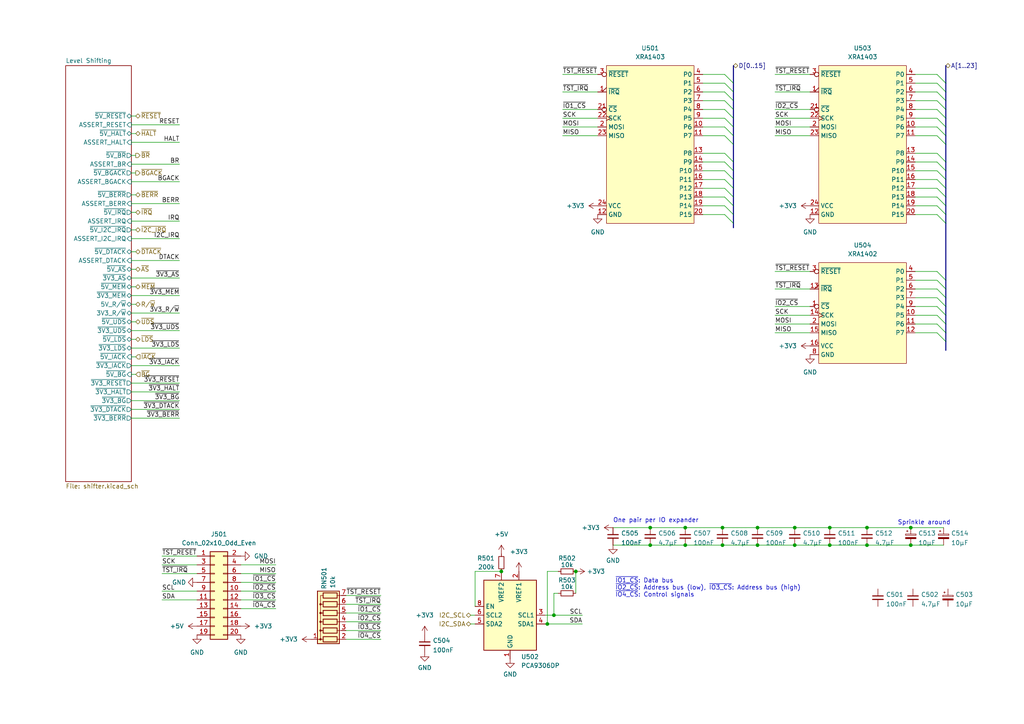
<source format=kicad_sch>
(kicad_sch (version 20211123) (generator eeschema)
  (paper "A4")
  (lib_symbols
    (symbol "68komputer-common:XRA1402"
      (property "Reference" "U" (at 0 3.81 0))
      (property "Value" "XRA1402" (at 0 1.27 0))
      (symbol "XRA1402_0_1"
        (rectangle (start -12.7 0) (end 12.7 -29.21) (fill (type background)))
      )
      (symbol "XRA1402_1_1"
        (pin input inverted (at -15.24 -12.7 0) (length 2.54) (name "~{CS}") (number "1"))
        (pin bidirectional line (at 15.24 -15.24 180) (length 2.54) (name "P5") (number "10"))
        (pin bidirectional line (at 15.24 -17.78 180) (length 2.54) (name "P6") (number "11"))
        (pin bidirectional line (at 15.24 -20.32 180) (length 2.54) (name "P7") (number "12"))
        (pin output output_low (at -15.24 -7.62 0) (length 2.54) (name "~{IRQ}") (number "13"))
        (pin input clock (at -15.24 -15.24 0) (length 2.54) (name "SCK") (number "14"))
        (pin output line (at -15.24 -20.32 0) (length 2.54) (name "MISO") (number "15"))
        (pin power_in line (at -15.24 -24.13 0) (length 2.54) (name "VCC") (number "16"))
        (pin input line (at -15.24 -17.78 0) (length 2.54) (name "MOSI") (number "2"))
        (pin input inverted (at -15.24 -2.54 0) (length 2.54) (name "~{RESET}") (number "3"))
        (pin bidirectional line (at 15.24 -2.54 180) (length 2.54) (name "P0") (number "4"))
        (pin bidirectional line (at 15.24 -5.08 180) (length 2.54) (name "P1") (number "5"))
        (pin bidirectional line (at 15.24 -7.62 180) (length 2.54) (name "P2") (number "6"))
        (pin bidirectional line (at 15.24 -10.16 180) (length 2.54) (name "P3") (number "7"))
        (pin power_in line (at -15.24 -26.67 0) (length 2.54) (name "GND") (number "8"))
        (pin bidirectional line (at 15.24 -12.7 180) (length 2.54) (name "P4") (number "9"))
      )
    )
    (symbol "68komputer-common:XRA1403"
      (property "Reference" "U" (at 0 3.81 0))
      (property "Value" "XRA1403" (at 0 1.27 0))
      (symbol "XRA1403_0_1"
        (rectangle (start -12.7 0) (end 12.7 -45.72) (fill (type background)))
      )
      (symbol "XRA1403_1_1"
        (pin output output_low (at -15.24 -7.62 0) (length 2.54) (name "~{IRQ}") (number "1"))
        (pin bidirectional line (at 15.24 -17.78 180) (length 2.54) (name "P6") (number "10"))
        (pin bidirectional line (at 15.24 -20.32 180) (length 2.54) (name "P7") (number "11"))
        (pin power_in line (at -15.24 -43.18 0) (length 2.54) (name "GND") (number "12"))
        (pin bidirectional line (at 15.24 -25.4 180) (length 2.54) (name "P8") (number "13"))
        (pin bidirectional line (at 15.24 -27.94 180) (length 2.54) (name "P9") (number "14"))
        (pin bidirectional line (at 15.24 -30.48 180) (length 2.54) (name "P10") (number "15"))
        (pin bidirectional line (at 15.24 -33.02 180) (length 2.54) (name "P11") (number "16"))
        (pin bidirectional line (at 15.24 -35.56 180) (length 2.54) (name "P12") (number "17"))
        (pin bidirectional line (at 15.24 -38.1 180) (length 2.54) (name "P13") (number "18"))
        (pin bidirectional line (at 15.24 -40.64 180) (length 2.54) (name "P14") (number "19"))
        (pin input line (at -15.24 -17.78 0) (length 2.54) (name "MOSI") (number "2"))
        (pin bidirectional line (at 15.24 -43.18 180) (length 2.54) (name "P15") (number "20"))
        (pin input inverted (at -15.24 -12.7 0) (length 2.54) (name "~{CS}") (number "21"))
        (pin input clock (at -15.24 -15.24 0) (length 2.54) (name "SCK") (number "22"))
        (pin output line (at -15.24 -20.32 0) (length 2.54) (name "MISO") (number "23"))
        (pin power_in line (at -15.24 -40.64 0) (length 2.54) (name "VCC") (number "24"))
        (pin input inverted (at -15.24 -2.54 0) (length 2.54) (name "~{RESET}") (number "3"))
        (pin bidirectional line (at 15.24 -2.54 180) (length 2.54) (name "P0") (number "4"))
        (pin bidirectional line (at 15.24 -5.08 180) (length 2.54) (name "P1") (number "5"))
        (pin bidirectional line (at 15.24 -7.62 180) (length 2.54) (name "P2") (number "6"))
        (pin bidirectional line (at 15.24 -10.16 180) (length 2.54) (name "P3") (number "7"))
        (pin bidirectional line (at 15.24 -12.7 180) (length 2.54) (name "P4") (number "8"))
        (pin bidirectional line (at 15.24 -15.24 180) (length 2.54) (name "P5") (number "9"))
      )
    )
    (symbol "Connector_Generic:Conn_02x10_Odd_Even" (pin_names (offset 1.016) hide)
      (property "Reference" "J" (at 1.27 12.7 0))
      (property "Value" "Conn_02x10_Odd_Even" (at 1.27 -15.24 0))
      (symbol "Conn_02x10_Odd_Even_1_1"
        (rectangle (start -1.27 -12.573) (end 0 -12.827) (stroke (width 0.1524)))
        (rectangle (start -1.27 -10.033) (end 0 -10.287) (stroke (width 0.1524)))
        (rectangle (start -1.27 -7.493) (end 0 -7.747) (stroke (width 0.1524)))
        (rectangle (start -1.27 -4.953) (end 0 -5.207) (stroke (width 0.1524)))
        (rectangle (start -1.27 -2.413) (end 0 -2.667) (stroke (width 0.1524)))
        (rectangle (start -1.27 0.127) (end 0 -0.127) (stroke (width 0.1524)))
        (rectangle (start -1.27 2.667) (end 0 2.413) (stroke (width 0.1524)))
        (rectangle (start -1.27 5.207) (end 0 4.953) (stroke (width 0.1524)))
        (rectangle (start -1.27 7.747) (end 0 7.493) (stroke (width 0.1524)))
        (rectangle (start -1.27 10.287) (end 0 10.033) (stroke (width 0.1524)))
        (rectangle (start -1.27 11.43) (end 3.81 -13.97) (stroke (width 0.254)) (fill (type background)))
        (rectangle (start 3.81 -12.573) (end 2.54 -12.827) (stroke (width 0.1524)))
        (rectangle (start 3.81 -10.033) (end 2.54 -10.287) (stroke (width 0.1524)))
        (rectangle (start 3.81 -7.493) (end 2.54 -7.747) (stroke (width 0.1524)))
        (rectangle (start 3.81 -4.953) (end 2.54 -5.207) (stroke (width 0.1524)))
        (rectangle (start 3.81 -2.413) (end 2.54 -2.667) (stroke (width 0.1524)))
        (rectangle (start 3.81 0.127) (end 2.54 -0.127) (stroke (width 0.1524)))
        (rectangle (start 3.81 2.667) (end 2.54 2.413) (stroke (width 0.1524)))
        (rectangle (start 3.81 5.207) (end 2.54 4.953) (stroke (width 0.1524)))
        (rectangle (start 3.81 7.747) (end 2.54 7.493) (stroke (width 0.1524)))
        (rectangle (start 3.81 10.287) (end 2.54 10.033) (stroke (width 0.1524)))
        (pin passive line (at -5.08 10.16 0) (length 3.81) (name "Pin_1") (number "1"))
        (pin passive line (at 7.62 0 180) (length 3.81) (name "Pin_10") (number "10"))
        (pin passive line (at -5.08 -2.54 0) (length 3.81) (name "Pin_11") (number "11"))
        (pin passive line (at 7.62 -2.54 180) (length 3.81) (name "Pin_12") (number "12"))
        (pin passive line (at -5.08 -5.08 0) (length 3.81) (name "Pin_13") (number "13"))
        (pin passive line (at 7.62 -5.08 180) (length 3.81) (name "Pin_14") (number "14"))
        (pin passive line (at -5.08 -7.62 0) (length 3.81) (name "Pin_15") (number "15"))
        (pin passive line (at 7.62 -7.62 180) (length 3.81) (name "Pin_16") (number "16"))
        (pin passive line (at -5.08 -10.16 0) (length 3.81) (name "Pin_17") (number "17"))
        (pin passive line (at 7.62 -10.16 180) (length 3.81) (name "Pin_18") (number "18"))
        (pin passive line (at -5.08 -12.7 0) (length 3.81) (name "Pin_19") (number "19"))
        (pin passive line (at 7.62 10.16 180) (length 3.81) (name "Pin_2") (number "2"))
        (pin passive line (at 7.62 -12.7 180) (length 3.81) (name "Pin_20") (number "20"))
        (pin passive line (at -5.08 7.62 0) (length 3.81) (name "Pin_3") (number "3"))
        (pin passive line (at 7.62 7.62 180) (length 3.81) (name "Pin_4") (number "4"))
        (pin passive line (at -5.08 5.08 0) (length 3.81) (name "Pin_5") (number "5"))
        (pin passive line (at 7.62 5.08 180) (length 3.81) (name "Pin_6") (number "6"))
        (pin passive line (at -5.08 2.54 0) (length 3.81) (name "Pin_7") (number "7"))
        (pin passive line (at 7.62 2.54 180) (length 3.81) (name "Pin_8") (number "8"))
        (pin passive line (at -5.08 0 0) (length 3.81) (name "Pin_9") (number "9"))
      )
    )
    (symbol "Device:C_Polarized_Small" (pin_numbers hide) (pin_names (offset 0.254) hide)
      (property "Reference" "C" (at 0.254 1.778 0))
      (property "Value" "C_Polarized_Small" (at 0.254 -2.032 0))
      (symbol "C_Polarized_Small_0_1"
        (rectangle (start -1.524 -0.3048) (end 1.524 -0.6858) (fill (type outline)))
        (rectangle (start -1.524 0.6858) (end 1.524 0.3048))
        (polyline (pts (xy -1.27 1.524) (xy -0.762 1.524)))
        (polyline (pts (xy -1.016 1.27) (xy -1.016 1.778)))
      )
      (symbol "C_Polarized_Small_1_1"
        (pin passive line (at 0 2.54 270) (length 1.8542) (name "~") (number "1"))
        (pin passive line (at 0 -2.54 90) (length 1.8542) (name "~") (number "2"))
      )
    )
    (symbol "Device:C_Small" (pin_numbers hide) (pin_names (offset 0.254) hide)
      (property "Reference" "C" (at 0.254 1.778 0))
      (property "Value" "C_Small" (at 0.254 -2.032 0))
      (symbol "C_Small_0_1"
        (polyline (pts (xy -1.524 -0.508) (xy 1.524 -0.508)) (stroke (width 0.3302)))
        (polyline (pts (xy -1.524 0.508) (xy 1.524 0.508)) (stroke (width 0.3048)))
      )
      (symbol "C_Small_1_1"
        (pin passive line (at 0 2.54 270) (length 2.032) (name "~") (number "1"))
        (pin passive line (at 0 -2.54 90) (length 2.032) (name "~") (number "2"))
      )
    )
    (symbol "Device:R_Network06" (pin_names (offset 0) hide)
      (property "Reference" "RN" (at -10.16 0 90))
      (property "Value" "R_Network06" (at 7.62 0 90))
      (symbol "R_Network06_0_1"
        (rectangle (start -8.89 -3.175) (end 6.35 3.175) (stroke (width 0.254)) (fill (type background)))
        (rectangle (start -8.382 1.524) (end -6.858 -2.54) (stroke (width 0.254)))
        (circle (center -7.62 2.286) (radius 0.254) (fill (type outline)))
        (rectangle (start -5.842 1.524) (end -4.318 -2.54) (stroke (width 0.254)))
        (circle (center -5.08 2.286) (radius 0.254) (fill (type outline)))
        (rectangle (start -3.302 1.524) (end -1.778 -2.54) (stroke (width 0.254)))
        (circle (center -2.54 2.286) (radius 0.254) (fill (type outline)))
        (rectangle (start -0.762 1.524) (end 0.762 -2.54) (stroke (width 0.254)))
        (polyline (pts (xy -7.62 -2.54) (xy -7.62 -3.81)))
        (polyline (pts (xy -5.08 -2.54) (xy -5.08 -3.81)))
        (polyline (pts (xy -2.54 -2.54) (xy -2.54 -3.81)))
        (polyline (pts (xy 0 -2.54) (xy 0 -3.81)))
        (polyline (pts (xy 2.54 -2.54) (xy 2.54 -3.81)))
        (polyline (pts (xy 5.08 -2.54) (xy 5.08 -3.81)))
        (polyline (pts (xy -7.62 1.524) (xy -7.62 2.286) (xy -5.08 2.286) (xy -5.08 1.524)))
        (polyline (pts (xy -5.08 1.524) (xy -5.08 2.286) (xy -2.54 2.286) (xy -2.54 1.524)))
        (polyline (pts (xy -2.54 1.524) (xy -2.54 2.286) (xy 0 2.286) (xy 0 1.524)))
        (polyline (pts (xy 0 1.524) (xy 0 2.286) (xy 2.54 2.286) (xy 2.54 1.524)))
        (polyline (pts (xy 2.54 1.524) (xy 2.54 2.286) (xy 5.08 2.286) (xy 5.08 1.524)))
        (circle (center 0 2.286) (radius 0.254) (fill (type outline)))
        (rectangle (start 1.778 1.524) (end 3.302 -2.54) (stroke (width 0.254)))
        (circle (center 2.54 2.286) (radius 0.254) (fill (type outline)))
        (rectangle (start 4.318 1.524) (end 5.842 -2.54) (stroke (width 0.254)))
      )
      (symbol "R_Network06_1_1"
        (pin passive line (at -7.62 5.08 270) (length 2.54) (name "common") (number "1"))
        (pin passive line (at -7.62 -5.08 90) (length 1.27) (name "R1") (number "2"))
        (pin passive line (at -5.08 -5.08 90) (length 1.27) (name "R2") (number "3"))
        (pin passive line (at -2.54 -5.08 90) (length 1.27) (name "R3") (number "4"))
        (pin passive line (at 0 -5.08 90) (length 1.27) (name "R4") (number "5"))
        (pin passive line (at 2.54 -5.08 90) (length 1.27) (name "R5") (number "6"))
        (pin passive line (at 5.08 -5.08 90) (length 1.27) (name "R6") (number "7"))
      )
    )
    (symbol "Device:R_Small" (pin_numbers hide) (pin_names (offset 0.254) hide)
      (property "Reference" "R" (at 0.762 0.508 0))
      (property "Value" "R_Small" (at 0.762 -1.016 0))
      (symbol "R_Small_0_1"
        (rectangle (start -0.762 1.778) (end 0.762 -1.778) (stroke (width 0.2032)))
      )
      (symbol "R_Small_1_1"
        (pin passive line (at 0 2.54 270) (length 0.762) (name "~") (number "1"))
        (pin passive line (at 0 -2.54 90) (length 0.762) (name "~") (number "2"))
      )
    )
    (symbol "Interface:PCA9306DP"
      (property "Reference" "U" (at -7.62 11.43 0))
      (property "Value" "PCA9306DP" (at 3.81 11.43 0))
      (symbol "PCA9306DP_0_1"
        (rectangle (start -7.62 10.16) (end 7.62 -10.16) (stroke (width 0.254)) (fill (type background)))
      )
      (symbol "PCA9306DP_1_1"
        (pin power_in line (at 0 -12.7 90) (length 2.54) (name "GND") (number "1"))
        (pin power_in line (at -2.54 12.7 270) (length 2.54) (name "VREF1") (number "2"))
        (pin bidirectional line (at -10.16 0 0) (length 2.54) (name "SCL1") (number "3"))
        (pin bidirectional line (at -10.16 -2.54 0) (length 2.54) (name "SDA1") (number "4"))
        (pin bidirectional line (at 10.16 -2.54 180) (length 2.54) (name "SDA2") (number "5"))
        (pin bidirectional line (at 10.16 0 180) (length 2.54) (name "SCL2") (number "6"))
        (pin power_in line (at 2.54 12.7 270) (length 2.54) (name "VREF2") (number "7"))
        (pin input line (at 10.16 2.54 180) (length 2.54) (name "EN") (number "8"))
      )
    )
    (symbol "power:+3V3" (power) (pin_names (offset 0))
      (property "Value" "+3V3" (at 0 3.556 0))
      (symbol "+3V3_0_1"
        (polyline (pts (xy -0.762 1.27) (xy 0 2.54)))
        (polyline (pts (xy 0 0) (xy 0 2.54)))
        (polyline (pts (xy 0 2.54) (xy 0.762 1.27)))
      )
      (symbol "+3V3_1_1"
        (pin power_in line (at 0 0 90) (length 0) hide (name "+3V3") (number "1"))
      )
    )
    (symbol "power:+5V" (power) (pin_names (offset 0))
      (property "Value" "+5V" (at 0 3.556 0))
      (symbol "+5V_0_1"
        (polyline (pts (xy -0.762 1.27) (xy 0 2.54)))
        (polyline (pts (xy 0 0) (xy 0 2.54)))
        (polyline (pts (xy 0 2.54) (xy 0.762 1.27)))
      )
      (symbol "+5V_1_1"
        (pin power_in line (at 0 0 90) (length 0) hide (name "+5V") (number "1"))
      )
    )
    (symbol "power:GND" (power) (pin_names (offset 0))
      (property "Value" "GND" (at 0 -3.81 0))
      (symbol "GND_0_1"
        (polyline (pts (xy 0 0) (xy 0 -1.27) (xy 1.27 -1.27) (xy 0 -2.54) (xy -1.27 -1.27) (xy 0 -1.27)))
      )
      (symbol "GND_1_1"
        (pin power_in line (at 0 0 270) (length 0) hide (name "GND") (number "1"))
      )
    )
  )
  (junction (at 209.55 158.115))
  (junction (at 251.46 158.115))
  (junction (at 188.595 153.035))
  (junction (at 219.71 158.115))
  (junction (at 158.75 180.975))
  (junction (at 198.755 158.115))
  (junction (at 188.595 158.115))
  (junction (at 198.755 153.035))
  (junction (at 145.415 165.735))
  (junction (at 160.655 178.435))
  (junction (at 219.71 153.035))
  (junction (at 230.505 158.115))
  (junction (at 264.16 153.035))
  (junction (at 230.505 153.035))
  (junction (at 264.16 158.115))
  (junction (at 209.55 153.035))
  (junction (at 240.665 158.115))
  (junction (at 251.46 153.035))
  (junction (at 240.665 153.035))
  (junction (at 167.005 165.735))
  (bus_entry (at 212.725 34.29) (size -2.54 -2.54))
  (bus_entry (at 212.725 36.83) (size -2.54 -2.54))
  (bus_entry (at 274.32 91.44) (size -2.54 -2.54))
  (bus_entry (at 274.32 39.37) (size -2.54 -2.54))
  (bus_entry (at 212.725 59.69) (size -2.54 -2.54))
  (bus_entry (at 212.725 46.99) (size -2.54 -2.54))
  (bus_entry (at 212.725 39.37) (size -2.54 -2.54))
  (bus_entry (at 274.32 52.07) (size -2.54 -2.54))
  (bus_entry (at 212.725 64.77) (size -2.54 -2.54))
  (bus_entry (at 274.32 64.77) (size -2.54 -2.54))
  (bus_entry (at 274.32 46.99) (size -2.54 -2.54))
  (bus_entry (at 212.725 31.75) (size -2.54 -2.54))
  (bus_entry (at 274.32 31.75) (size -2.54 -2.54))
  (bus_entry (at 274.32 26.67) (size -2.54 -2.54))
  (bus_entry (at 274.32 83.82) (size -2.54 -2.54))
  (bus_entry (at 274.32 86.36) (size -2.54 -2.54))
  (bus_entry (at 274.32 49.53) (size -2.54 -2.54))
  (bus_entry (at 274.32 57.15) (size -2.54 -2.54))
  (bus_entry (at 274.32 62.23) (size -2.54 -2.54))
  (bus_entry (at 274.32 24.13) (size -2.54 -2.54))
  (bus_entry (at 212.725 57.15) (size -2.54 -2.54))
  (bus_entry (at 212.725 54.61) (size -2.54 -2.54))
  (bus_entry (at 274.32 81.28) (size -2.54 -2.54))
  (bus_entry (at 274.32 29.21) (size -2.54 -2.54))
  (bus_entry (at 274.32 34.29) (size -2.54 -2.54))
  (bus_entry (at 274.32 41.91) (size -2.54 -2.54))
  (bus_entry (at 212.725 26.67) (size -2.54 -2.54))
  (bus_entry (at 274.32 88.9) (size -2.54 -2.54))
  (bus_entry (at 212.725 29.21) (size -2.54 -2.54))
  (bus_entry (at 274.32 36.83) (size -2.54 -2.54))
  (bus_entry (at 212.725 52.07) (size -2.54 -2.54))
  (bus_entry (at 212.725 62.23) (size -2.54 -2.54))
  (bus_entry (at 212.725 41.91) (size -2.54 -2.54))
  (bus_entry (at 274.32 96.52) (size -2.54 -2.54))
  (bus_entry (at 274.32 99.06) (size -2.54 -2.54))
  (bus_entry (at 274.32 54.61) (size -2.54 -2.54))
  (bus_entry (at 212.725 24.13) (size -2.54 -2.54))
  (bus_entry (at 274.32 59.69) (size -2.54 -2.54))
  (bus_entry (at 212.725 49.53) (size -2.54 -2.54))
  (bus_entry (at 274.32 93.98) (size -2.54 -2.54))
  (wire (pts (xy 38.1 118.745) (xy 52.07 118.745)))
  (wire (pts (xy 188.595 158.115) (xy 198.755 158.115)))
  (wire (pts (xy 210.185 52.07) (xy 203.835 52.07)))
  (wire (pts (xy 38.1 52.705) (xy 52.07 52.705)))
  (wire (pts (xy 271.78 31.75) (xy 265.43 31.75)))
  (wire (pts (xy 188.595 153.035) (xy 198.755 153.035)))
  (wire (pts (xy 224.79 36.83) (xy 234.95 36.83)))
  (wire (pts (xy 271.78 54.61) (xy 265.43 54.61)))
  (wire (pts (xy 271.78 26.67) (xy 265.43 26.67)))
  (bus (pts (xy 274.32 24.13) (xy 274.32 26.67)))
  (bus (pts (xy 212.725 62.23) (xy 212.725 64.77)))
  (wire (pts (xy 210.185 24.13) (xy 203.835 24.13)))
  (bus (pts (xy 274.32 39.37) (xy 274.32 41.91)))
  (bus (pts (xy 274.32 93.98) (xy 274.32 96.52)))
  (wire (pts (xy 271.78 96.52) (xy 265.43 96.52)))
  (wire (pts (xy 177.8 158.115) (xy 188.595 158.115)))
  (wire (pts (xy 271.78 81.28) (xy 265.43 81.28)))
  (wire (pts (xy 110.49 172.72) (xy 100.33 172.72)))
  (bus (pts (xy 212.725 24.13) (xy 212.725 26.67)))
  (wire (pts (xy 210.185 49.53) (xy 203.835 49.53)))
  (wire (pts (xy 271.78 46.99) (xy 265.43 46.99)))
  (wire (pts (xy 271.78 52.07) (xy 265.43 52.07)))
  (bus (pts (xy 274.32 86.36) (xy 274.32 88.9)))
  (bus (pts (xy 274.32 41.91) (xy 274.32 46.99)))
  (wire (pts (xy 110.49 177.8) (xy 100.33 177.8)))
  (wire (pts (xy 271.78 83.82) (xy 265.43 83.82)))
  (wire (pts (xy 38.1 95.885) (xy 52.07 95.885)))
  (wire (pts (xy 38.1 108.585) (xy 39.37 108.585)))
  (bus (pts (xy 212.725 46.99) (xy 212.725 49.53)))
  (wire (pts (xy 224.79 91.44) (xy 234.95 91.44)))
  (wire (pts (xy 38.1 33.655) (xy 39.37 33.655)))
  (wire (pts (xy 38.1 38.735) (xy 39.37 38.735)))
  (bus (pts (xy 274.32 46.99) (xy 274.32 49.53)))
  (wire (pts (xy 38.1 116.205) (xy 52.07 116.205)))
  (wire (pts (xy 160.655 172.085) (xy 160.655 178.435)))
  (wire (pts (xy 38.1 66.675) (xy 39.37 66.675)))
  (bus (pts (xy 212.725 59.69) (xy 212.725 62.23)))
  (wire (pts (xy 224.79 93.98) (xy 234.95 93.98)))
  (bus (pts (xy 212.725 49.53) (xy 212.725 52.07)))
  (wire (pts (xy 38.1 113.665) (xy 52.07 113.665)))
  (wire (pts (xy 80.01 168.91) (xy 69.85 168.91)))
  (wire (pts (xy 38.1 75.565) (xy 52.07 75.565)))
  (wire (pts (xy 38.1 111.125) (xy 52.07 111.125)))
  (wire (pts (xy 160.655 178.435) (xy 168.91 178.435)))
  (bus (pts (xy 274.32 57.15) (xy 274.32 59.69)))
  (wire (pts (xy 271.78 78.74) (xy 265.43 78.74)))
  (wire (pts (xy 38.1 47.625) (xy 52.07 47.625)))
  (wire (pts (xy 210.185 44.45) (xy 203.835 44.45)))
  (wire (pts (xy 177.8 153.035) (xy 188.595 153.035)))
  (wire (pts (xy 224.79 78.74) (xy 234.95 78.74)))
  (wire (pts (xy 80.01 163.83) (xy 69.85 163.83)))
  (wire (pts (xy 46.99 166.37) (xy 57.15 166.37)))
  (wire (pts (xy 38.1 106.045) (xy 52.07 106.045)))
  (wire (pts (xy 137.795 175.895) (xy 137.795 165.735)))
  (wire (pts (xy 80.01 171.45) (xy 69.85 171.45)))
  (wire (pts (xy 271.78 44.45) (xy 265.43 44.45)))
  (wire (pts (xy 264.16 153.035) (xy 273.685 153.035)))
  (wire (pts (xy 38.1 80.645) (xy 52.07 80.645)))
  (bus (pts (xy 212.725 19.05) (xy 212.725 24.13)))
  (bus (pts (xy 274.32 88.9) (xy 274.32 91.44)))
  (bus (pts (xy 274.32 49.53) (xy 274.32 52.07)))
  (wire (pts (xy 80.01 173.99) (xy 69.85 173.99)))
  (wire (pts (xy 167.005 165.735) (xy 167.005 172.085)))
  (bus (pts (xy 212.725 26.67) (xy 212.725 29.21)))
  (wire (pts (xy 136.525 178.435) (xy 137.795 178.435)))
  (wire (pts (xy 271.78 59.69) (xy 265.43 59.69)))
  (wire (pts (xy 210.185 46.99) (xy 203.835 46.99)))
  (wire (pts (xy 251.46 153.035) (xy 264.16 153.035)))
  (wire (pts (xy 209.55 153.035) (xy 219.71 153.035)))
  (bus (pts (xy 274.32 59.69) (xy 274.32 62.23)))
  (wire (pts (xy 158.75 180.975) (xy 168.91 180.975)))
  (wire (pts (xy 80.01 176.53) (xy 69.85 176.53)))
  (wire (pts (xy 210.185 59.69) (xy 203.835 59.69)))
  (bus (pts (xy 274.32 29.21) (xy 274.32 31.75)))
  (bus (pts (xy 274.32 83.82) (xy 274.32 86.36)))
  (wire (pts (xy 38.1 73.025) (xy 39.37 73.025)))
  (wire (pts (xy 46.99 163.83) (xy 57.15 163.83)))
  (wire (pts (xy 271.78 36.83) (xy 265.43 36.83)))
  (wire (pts (xy 38.1 45.085) (xy 39.37 45.085)))
  (bus (pts (xy 212.725 41.91) (xy 212.725 46.99)))
  (wire (pts (xy 110.49 182.88) (xy 100.33 182.88)))
  (wire (pts (xy 163.195 21.59) (xy 173.355 21.59)))
  (bus (pts (xy 274.32 99.06) (xy 274.32 101.6)))
  (bus (pts (xy 212.725 64.77) (xy 212.725 66.04)))
  (wire (pts (xy 161.925 172.085) (xy 160.655 172.085)))
  (wire (pts (xy 210.185 39.37) (xy 203.835 39.37)))
  (wire (pts (xy 46.99 173.99) (xy 57.15 173.99)))
  (wire (pts (xy 38.1 103.505) (xy 39.37 103.505)))
  (wire (pts (xy 38.1 78.105) (xy 39.37 78.105)))
  (wire (pts (xy 198.755 153.035) (xy 209.55 153.035)))
  (wire (pts (xy 38.1 61.595) (xy 39.37 61.595)))
  (wire (pts (xy 158.115 180.975) (xy 158.75 180.975)))
  (wire (pts (xy 271.78 57.15) (xy 265.43 57.15)))
  (wire (pts (xy 46.99 161.29) (xy 57.15 161.29)))
  (wire (pts (xy 271.78 86.36) (xy 265.43 86.36)))
  (wire (pts (xy 163.195 34.29) (xy 173.355 34.29)))
  (wire (pts (xy 38.1 41.275) (xy 52.07 41.275)))
  (wire (pts (xy 251.46 158.115) (xy 264.16 158.115)))
  (bus (pts (xy 212.725 52.07) (xy 212.725 54.61)))
  (wire (pts (xy 38.1 64.135) (xy 52.07 64.135)))
  (bus (pts (xy 274.32 34.29) (xy 274.32 36.83)))
  (wire (pts (xy 110.49 185.42) (xy 100.33 185.42)))
  (wire (pts (xy 271.78 24.13) (xy 265.43 24.13)))
  (wire (pts (xy 224.79 34.29) (xy 234.95 34.29)))
  (bus (pts (xy 212.725 31.75) (xy 212.725 34.29)))
  (bus (pts (xy 274.32 52.07) (xy 274.32 54.61)))
  (wire (pts (xy 38.1 50.165) (xy 39.37 50.165)))
  (wire (pts (xy 271.78 88.9) (xy 265.43 88.9)))
  (bus (pts (xy 212.725 54.61) (xy 212.725 57.15)))
  (wire (pts (xy 38.1 121.285) (xy 52.07 121.285)))
  (wire (pts (xy 230.505 158.115) (xy 240.665 158.115)))
  (wire (pts (xy 271.78 93.98) (xy 265.43 93.98)))
  (wire (pts (xy 219.71 158.115) (xy 230.505 158.115)))
  (wire (pts (xy 271.78 21.59) (xy 265.43 21.59)))
  (bus (pts (xy 274.32 36.83) (xy 274.32 39.37)))
  (wire (pts (xy 271.78 62.23) (xy 265.43 62.23)))
  (wire (pts (xy 38.1 69.215) (xy 52.07 69.215)))
  (wire (pts (xy 38.1 100.965) (xy 52.07 100.965)))
  (wire (pts (xy 137.795 165.735) (xy 145.415 165.735)))
  (wire (pts (xy 271.78 91.44) (xy 265.43 91.44)))
  (wire (pts (xy 224.79 96.52) (xy 234.95 96.52)))
  (wire (pts (xy 210.185 21.59) (xy 203.835 21.59)))
  (wire (pts (xy 230.505 153.035) (xy 240.665 153.035)))
  (bus (pts (xy 274.32 81.28) (xy 274.32 83.82)))
  (wire (pts (xy 210.185 31.75) (xy 203.835 31.75)))
  (wire (pts (xy 240.665 153.035) (xy 251.46 153.035)))
  (wire (pts (xy 224.79 26.67) (xy 234.95 26.67)))
  (wire (pts (xy 210.185 62.23) (xy 203.835 62.23)))
  (wire (pts (xy 163.195 36.83) (xy 173.355 36.83)))
  (wire (pts (xy 38.1 93.345) (xy 39.37 93.345)))
  (wire (pts (xy 163.195 39.37) (xy 173.355 39.37)))
  (wire (pts (xy 38.1 85.725) (xy 52.07 85.725)))
  (wire (pts (xy 136.525 180.975) (xy 137.795 180.975)))
  (bus (pts (xy 212.725 36.83) (xy 212.725 39.37)))
  (wire (pts (xy 38.1 90.805) (xy 52.07 90.805)))
  (wire (pts (xy 224.79 21.59) (xy 234.95 21.59)))
  (wire (pts (xy 110.49 180.34) (xy 100.33 180.34)))
  (wire (pts (xy 210.185 36.83) (xy 203.835 36.83)))
  (wire (pts (xy 224.79 31.75) (xy 234.95 31.75)))
  (bus (pts (xy 274.32 54.61) (xy 274.32 57.15)))
  (bus (pts (xy 274.32 19.05) (xy 274.32 24.13)))
  (wire (pts (xy 271.78 49.53) (xy 265.43 49.53)))
  (wire (pts (xy 38.1 83.185) (xy 39.37 83.185)))
  (bus (pts (xy 274.32 31.75) (xy 274.32 34.29)))
  (bus (pts (xy 274.32 91.44) (xy 274.32 93.98)))
  (wire (pts (xy 210.185 57.15) (xy 203.835 57.15)))
  (wire (pts (xy 38.1 59.055) (xy 52.07 59.055)))
  (wire (pts (xy 80.01 166.37) (xy 69.85 166.37)))
  (wire (pts (xy 38.1 88.265) (xy 39.37 88.265)))
  (wire (pts (xy 110.49 175.26) (xy 100.33 175.26)))
  (wire (pts (xy 271.78 29.21) (xy 265.43 29.21)))
  (wire (pts (xy 210.185 29.21) (xy 203.835 29.21)))
  (bus (pts (xy 212.725 57.15) (xy 212.725 59.69)))
  (wire (pts (xy 161.925 165.735) (xy 158.75 165.735)))
  (wire (pts (xy 209.55 158.115) (xy 219.71 158.115)))
  (wire (pts (xy 38.1 36.195) (xy 52.07 36.195)))
  (wire (pts (xy 46.99 171.45) (xy 57.15 171.45)))
  (bus (pts (xy 212.725 39.37) (xy 212.725 41.91)))
  (wire (pts (xy 198.755 158.115) (xy 209.55 158.115)))
  (wire (pts (xy 271.78 34.29) (xy 265.43 34.29)))
  (wire (pts (xy 38.1 56.515) (xy 39.37 56.515)))
  (wire (pts (xy 219.71 153.035) (xy 230.505 153.035)))
  (wire (pts (xy 224.79 88.9) (xy 234.95 88.9)))
  (wire (pts (xy 163.195 26.67) (xy 173.355 26.67)))
  (wire (pts (xy 158.75 165.735) (xy 158.75 180.975)))
  (wire (pts (xy 163.195 31.75) (xy 173.355 31.75)))
  (bus (pts (xy 274.32 96.52) (xy 274.32 99.06)))
  (wire (pts (xy 224.79 83.82) (xy 234.95 83.82)))
  (bus (pts (xy 212.725 34.29) (xy 212.725 36.83)))
  (bus (pts (xy 274.32 64.77) (xy 274.32 81.28)))
  (wire (pts (xy 224.79 39.37) (xy 234.95 39.37)))
  (wire (pts (xy 210.185 54.61) (xy 203.835 54.61)))
  (wire (pts (xy 264.16 158.115) (xy 273.685 158.115)))
  (wire (pts (xy 158.115 178.435) (xy 160.655 178.435)))
  (bus (pts (xy 274.32 62.23) (xy 274.32 64.77)))
  (bus (pts (xy 274.32 26.67) (xy 274.32 29.21)))
  (wire (pts (xy 38.1 98.425) (xy 39.37 98.425)))
  (bus (pts (xy 212.725 29.21) (xy 212.725 31.75)))
  (wire (pts (xy 240.665 158.115) (xy 251.46 158.115)))
  (wire (pts (xy 210.185 26.67) (xy 203.835 26.67)))
  (wire (pts (xy 271.78 39.37) (xy 265.43 39.37)))
  (wire (pts (xy 210.185 34.29) (xy 203.835 34.29)))
  (text "Sprinkle around" (at 260.35 152.4 0) (effects (font (size 1.27 1.27)) (justify left bottom)))
  (text "~{IO1_CS}: Data bus\n~{IO2_CS}: Address bus (low), ~{IO3_CS}: Address bus (high)\n~{IO4_CS}: Control signals" (at 178.435 173.355 0) (effects (font (size 1.27 1.27)) (justify left bottom)))
  (text "One pair per IO expander" (at 177.8 151.765 0) (effects (font (size 1.27 1.27)) (justify left bottom)))
  (label "~{3V3_MEM}" (at 52.07 85.725 180))
  (label "~{3V3_AS}" (at 52.07 80.645 180))
  (label "BGACK" (at 52.07 52.705 180))
  (label "~{3V3_IACK}" (at 52.07 106.045 180))
  (label "~{3V3_DTACK}" (at 52.07 118.745 180))
  (label "RESET" (at 52.07 36.195 180))
  (label "MOSI" (at 224.79 36.83 0))
  (label "3V3_R{slash}~{W}" (at 52.07 90.805 180))
  (label "MISO" (at 224.79 96.52 0))
  (label "SCK" (at 224.79 91.44 0))
  (label "DTACK" (at 52.07 75.565 180))
  (label "~{IO2_CS}" (at 80.01 171.45 180))
  (label "~{IO2_CS}" (at 224.79 31.75 0))
  (label "~{TST_IRQ}" (at 46.99 166.37 0))
  (label "SCL" (at 168.91 178.435 180))
  (label "~{IO3_CS}" (at 80.01 173.99 180))
  (label "~{TST_RESET}" (at 110.49 172.72 180))
  (label "~{TST_RESET}" (at 163.195 21.59 0))
  (label "~{3V3_RESET}" (at 52.07 111.125 180))
  (label "~{TST_IRQ}" (at 110.49 175.26 180))
  (label "SDA" (at 168.91 180.975 180))
  (label "~{3V3_UDS}" (at 52.07 95.885 180))
  (label "~{IO4_CS}" (at 110.49 185.42 180))
  (label "~{IO1_CS}" (at 110.49 177.8 180))
  (label "MISO" (at 163.195 39.37 0))
  (label "SCL" (at 46.99 171.45 0))
  (label "~{3V3_HALT}" (at 52.07 113.665 180))
  (label "SCK" (at 163.195 34.29 0))
  (label "SCK" (at 224.79 34.29 0))
  (label "MOSI" (at 80.01 163.83 180))
  (label "SDA" (at 46.99 173.99 0))
  (label "I2C_IRQ" (at 52.07 69.215 180))
  (label "~{IO1_CS}" (at 163.195 31.75 0))
  (label "~{TST_IRQ}" (at 224.79 83.82 0))
  (label "~{TST_IRQ}" (at 163.195 26.67 0))
  (label "MISO" (at 80.01 166.37 180))
  (label "HALT" (at 52.07 41.275 180))
  (label "~{IO2_CS}" (at 224.79 88.9 0))
  (label "~{TST_RESET}" (at 46.99 161.29 0))
  (label "~{TST_IRQ}" (at 224.79 26.67 0))
  (label "MOSI" (at 163.195 36.83 0))
  (label "BERR" (at 52.07 59.055 180))
  (label "IRQ" (at 52.07 64.135 180))
  (label "SCK" (at 46.99 163.83 0))
  (label "~{TST_RESET}" (at 224.79 78.74 0))
  (label "~{3V3_LDS}" (at 52.07 100.965 180))
  (label "~{TST_RESET}" (at 224.79 21.59 0))
  (label "~{IO2_CS}" (at 110.49 180.34 180))
  (label "~{3V3_BG}" (at 52.07 116.205 180))
  (label "MOSI" (at 224.79 93.98 0))
  (label "~{IO1_CS}" (at 80.01 168.91 180))
  (label "BR" (at 52.07 47.625 180))
  (label "~{3V3_BERR}" (at 52.07 121.285 180))
  (label "~{IO3_CS}" (at 110.49 182.88 180))
  (label "MISO" (at 224.79 39.37 0))
  (label "~{IO4_CS}" (at 80.01 176.53 180))
  (hierarchical_label "D[0..15]" (shape bidirectional) (at 212.725 19.05 0))
  (hierarchical_label "I2C_SCL" (shape bidirectional) (at 136.525 178.435 180))
  (hierarchical_label "~{DTACK}" (shape bidirectional) (at 39.37 73.025 0))
  (hierarchical_label "R{slash}~{W}" (shape bidirectional) (at 39.37 88.265 0))
  (hierarchical_label "~{I2C_IRQ}" (shape bidirectional) (at 39.37 66.675 0))
  (hierarchical_label "~{AS}" (shape bidirectional) (at 39.37 78.105 0))
  (hierarchical_label "~{LDS}" (shape bidirectional) (at 39.37 98.425 0))
  (hierarchical_label "~{UDS}" (shape bidirectional) (at 39.37 93.345 0))
  (hierarchical_label "~{IRQ}" (shape bidirectional) (at 39.37 61.595 0))
  (hierarchical_label "~{BGACK}" (shape output) (at 39.37 50.165 0))
  (hierarchical_label "~{IACK}" (shape input) (at 39.37 103.505 0))
  (hierarchical_label "A[1..23]" (shape bidirectional) (at 274.32 19.05 0))
  (hierarchical_label "I2C_SDA" (shape bidirectional) (at 136.525 180.975 180))
  (hierarchical_label "~{MEM}" (shape bidirectional) (at 39.37 83.185 0))
  (hierarchical_label "~{HALT}" (shape bidirectional) (at 39.37 38.735 0))
  (hierarchical_label "~{BG}" (shape input) (at 39.37 108.585 0))
  (hierarchical_label "~{RESET}" (shape bidirectional) (at 39.37 33.655 0))
  (hierarchical_label "~{BR}" (shape output) (at 39.37 45.085 0))
  (hierarchical_label "~{BERR}" (shape bidirectional) (at 39.37 56.515 0))
  (symbol (lib_id "Device:C_Small") (at 230.505 155.575 0) (unit 1)
    (property "Reference" "C510" (at 232.8291 154.6665 0) (effects (justify left)))
    (property "Value" "4.7µF" (at 232.8291 157.4416 0) (effects (justify left)))
    (property "Footprint" "Capacitor_SMD:C_0805_2012Metric" (effects hide))
  )
  (symbol (lib_id "Device:R_Network06") (at 95.25 177.8 90) (unit 1)
    (property "Reference" "RN501" (at 93.98 164.465 0) (effects (justify right)))
    (property "Value" "10k" (at 96.52 167.005 0) (effects (justify right)))
    (property "Footprint" "Resistor_THT:R_Array_SIP7" (effects hide))
    (property "Datasheet" "http://www.vishay.com/docs/31509/csc.pdf" (effects hide))
    (property "MPN" "4607X-101-103LF" (effects hide))
  )
  (symbol (lib_id "Device:C_Small") (at 251.46 155.575 0) (unit 1)
    (property "Reference" "C512" (at 253.7841 154.6665 0) (effects (justify left)))
    (property "Value" "4.7µF" (at 253.7841 157.4416 0) (effects (justify left)))
    (property "Footprint" "Capacitor_SMD:C_0805_2012Metric" (effects hide))
  )
  (symbol (lib_id "Device:C_Small") (at 188.595 155.575 0) (unit 1)
    (property "Reference" "C506" (at 190.9191 154.6665 0) (effects (justify left)))
    (property "Value" "4.7µF" (at 190.9191 157.4416 0) (effects (justify left)))
    (property "Footprint" "Capacitor_SMD:C_0805_2012Metric" (effects hide))
  )
  (symbol (lib_id "Device:C_Small") (at 254.635 173.355 0) (unit 1)
    (property "Reference" "C501" (at 256.9591 172.4465 0) (effects (justify left)))
    (property "Value" "100nF" (at 256.9591 175.2216 0) (effects (justify left)))
    (property "Footprint" "Capacitor_SMD:C_0805_2012Metric" (effects hide))
  )
  (symbol (lib_id "Device:C_Small") (at 264.795 173.355 0) (unit 1)
    (property "Reference" "C502" (at 267.1191 172.4465 0) (effects (justify left)))
    (property "Value" "4.7µF" (at 267.1191 175.2216 0) (effects (justify left)))
    (property "Footprint" "Capacitor_SMD:C_0805_2012Metric" (effects hide))
  )
  (symbol (lib_id "Device:C_Polarized_Small") (at 273.685 155.575 0) (unit 1)
    (property "Reference" "C514" (at 275.844 154.6665 0) (effects (justify left)))
    (property "Value" "10µF" (at 275.844 157.4416 0) (effects (justify left)))
    (property "Footprint" "Capacitor_Tantalum_SMD:CP_EIA-3528-21_Kemet-B" (effects hide))
    (property "MPN" "TAJB106K025SNJ" (effects hide))
  )
  (symbol (lib_id "Device:C_Small") (at 240.665 155.575 0) (unit 1)
    (property "Reference" "C511" (at 242.9891 154.6665 0) (effects (justify left)))
    (property "Value" "100nF" (at 242.9891 157.4416 0) (effects (justify left)))
    (property "Footprint" "Capacitor_SMD:C_0805_2012Metric" (effects hide))
  )
  (symbol (lib_id "Device:C_Small") (at 209.55 155.575 0) (unit 1)
    (property "Reference" "C508" (at 211.8741 154.6665 0) (effects (justify left)))
    (property "Value" "4.7µF" (at 211.8741 157.4416 0) (effects (justify left)))
    (property "Footprint" "Capacitor_SMD:C_0805_2012Metric" (effects hide))
  )
  (symbol (lib_id "68komputer-common:XRA1403") (at 250.19 19.05 0) (unit 1)
    (property "Reference" "U503" (at 250.19 13.97 0))
    (property "Value" "XRA1403" (at 250.19 16.51 0))
    (property "Footprint" "Package_SO:TSSOP-24_4.4x7.8mm_P0.65mm" (effects hide))
    (property "Datasheet" "https://www.mouser.com/datasheet/2/146/XRA1403_100_092011-1889074.pdf" (effects hide))
  )
  (symbol (lib_id "power:+3V3") (at 234.95 100.33 90) (unit 1)
    (property "Reference" "#PWR0505" (effects hide))
    (property "Value" "+3V3" (at 231.14 100.3299 90) (effects (justify left)))
  )
  (symbol (lib_id "power:+5V") (at 57.15 181.61 90) (unit 1)
    (property "Reference" "#PWR0110" (effects hide))
    (property "Value" "+5V" (at 53.34 181.6099 90) (effects (justify left)))
  )
  (symbol (lib_id "power:GND") (at 234.95 62.23 0) (unit 1)
    (property "Reference" "#PWR0504" (effects hide))
    (property "Value" "GND" (at 234.95 67.31 0))
  )
  (symbol (lib_id "power:GND") (at 57.15 168.91 270) (unit 1)
    (property "Reference" "#PWR0118" (effects hide))
    (property "Value" "GND" (at 53.975 168.9099 90) (effects (justify right)))
  )
  (symbol (lib_id "68komputer-common:XRA1403") (at 188.595 19.05 0) (unit 1)
    (property "Reference" "U501" (at 188.595 13.97 0))
    (property "Value" "XRA1403" (at 188.595 16.51 0))
    (property "Footprint" "Package_SO:TSSOP-24_4.4x7.8mm_P0.65mm" (effects hide))
    (property "Datasheet" "https://www.mouser.com/datasheet/2/146/XRA1403_100_092011-1889074.pdf" (effects hide))
  )
  (symbol (lib_id "power:+3V3") (at 90.17 185.42 90) (unit 1)
    (property "Reference" "#PWR0119" (effects hide))
    (property "Value" "+3V3" (at 86.36 185.4199 90) (effects (justify left)))
  )
  (symbol (lib_id "power:GND") (at 173.355 62.23 0) (unit 1)
    (property "Reference" "#PWR0108" (effects hide))
    (property "Value" "GND" (at 173.355 67.31 0))
  )
  (symbol (lib_id "68komputer-common:XRA1402") (at 250.19 76.2 0) (unit 1)
    (property "Reference" "U504" (at 250.19 71.12 0))
    (property "Value" "XRA1402" (at 250.19 73.66 0))
    (property "Footprint" "Package_SO:TSSOP-16_4.4x5mm_P0.65mm" (effects hide))
    (property "Datasheet" "https://www.mouser.com/datasheet/2/146/XRA1402_100_092011-1889134.pdf" (effects hide))
  )
  (symbol (lib_id "power:+3V3") (at 123.19 184.15 0) (unit 1)
    (property "Reference" "#PWR0102" (effects hide))
    (property "Value" "+3V3" (at 123.19 178.435 0))
  )
  (symbol (lib_id "Device:R_Small") (at 145.415 163.195 0) (mirror x) (unit 1)
    (property "Reference" "R501" (at 143.51 161.9249 0) (effects (justify right)))
    (property "Value" "200k" (at 143.51 164.4649 0) (effects (justify right)))
    (property "Footprint" "Resistor_SMD:R_0805_2012Metric" (effects hide))
  )
  (symbol (lib_id "Device:C_Polarized_Small") (at 274.955 173.355 0) (unit 1)
    (property "Reference" "C503" (at 277.114 172.4465 0) (effects (justify left)))
    (property "Value" "10µF" (at 277.114 175.2216 0) (effects (justify left)))
    (property "Footprint" "Capacitor_Tantalum_SMD:CP_EIA-3528-21_Kemet-B" (effects hide))
    (property "MPN" "TAJB106K025SNJ" (effects hide))
  )
  (symbol (lib_id "Device:C_Small") (at 123.19 186.69 0) (unit 1)
    (property "Reference" "C504" (at 125.5141 185.7815 0) (effects (justify left)))
    (property "Value" "100nF" (at 125.5141 188.5566 0) (effects (justify left)))
    (property "Footprint" "Capacitor_SMD:C_0805_2012Metric" (effects hide))
  )
  (symbol (lib_id "Device:R_Small") (at 164.465 172.085 90) (unit 1)
    (property "Reference" "R503" (at 164.465 168.275 90))
    (property "Value" "10k" (at 164.465 170.18 90))
    (property "Footprint" "Resistor_SMD:R_0805_2012Metric" (effects hide))
  )
  (symbol (lib_id "power:GND") (at 69.85 161.29 90) (unit 1)
    (property "Reference" "#PWR0112" (effects hide))
    (property "Value" "GND" (at 73.66 161.2899 90) (effects (justify right)))
  )
  (symbol (lib_id "Device:C_Polarized_Small") (at 264.16 155.575 0) (unit 1)
    (property "Reference" "C513" (at 266.319 154.6665 0) (effects (justify left)))
    (property "Value" "10µF" (at 266.319 157.4416 0) (effects (justify left)))
    (property "Footprint" "Capacitor_Tantalum_SMD:CP_EIA-3528-21_Kemet-B" (effects hide))
    (property "MPN" "TAJB106K025SNJ" (effects hide))
  )
  (symbol (lib_id "power:GND") (at 177.8 158.115 0) (unit 1)
    (property "Reference" "#PWR0502" (effects hide))
    (property "Value" "GND" (at 177.8 162.56 0))
  )
  (symbol (lib_id "Interface:PCA9306DP") (at 147.955 178.435 0) (mirror y) (unit 1)
    (property "Reference" "U502" (at 151.13 190.5 0) (effects (justify right)))
    (property "Value" "PCA9306DP" (at 151.13 193.04 0) (effects (justify right)))
    (property "Footprint" "Package_SO:TSSOP-8_3x3mm_P0.65mm" (effects hide))
    (property "Datasheet" "https://www.nxp.com/docs/en/data-sheet/PCA9306.pdf" (effects hide))
  )
  (symbol (lib_id "Device:R_Small") (at 164.465 165.735 90) (unit 1)
    (property "Reference" "R502" (at 164.465 161.925 90))
    (property "Value" "10k" (at 164.465 163.83 90))
    (property "Footprint" "Resistor_SMD:R_0805_2012Metric" (effects hide))
  )
  (symbol (lib_id "power:+3V3") (at 69.85 181.61 270) (unit 1)
    (property "Reference" "#PWR0117" (effects hide))
    (property "Value" "+3V3" (at 73.66 181.6099 90) (effects (justify left)))
  )
  (symbol (lib_id "power:GND") (at 234.95 102.87 0) (unit 1)
    (property "Reference" "#PWR0506" (effects hide))
    (property "Value" "GND" (at 234.95 107.95 0))
  )
  (symbol (lib_id "power:+3V3") (at 234.95 59.69 90) (unit 1)
    (property "Reference" "#PWR0503" (effects hide))
    (property "Value" "+3V3" (at 231.14 59.6899 90) (effects (justify left)))
  )
  (symbol (lib_id "power:GND") (at 69.85 184.15 0) (unit 1)
    (property "Reference" "#PWR0109" (effects hide))
    (property "Value" "GND" (at 69.85 189.23 0))
  )
  (symbol (lib_id "Device:C_Small") (at 177.8 155.575 0) (unit 1)
    (property "Reference" "C505" (at 180.1241 154.6665 0) (effects (justify left)))
    (property "Value" "100nF" (at 180.1241 157.4416 0) (effects (justify left)))
    (property "Footprint" "Capacitor_SMD:C_0805_2012Metric" (effects hide))
  )
  (symbol (lib_id "power:+5V") (at 145.415 160.655 0) (unit 1)
    (property "Reference" "#PWR0106" (effects hide))
    (property "Value" "+5V" (at 145.415 154.94 0))
  )
  (symbol (lib_id "power:+3V3") (at 173.355 59.69 90) (unit 1)
    (property "Reference" "#PWR0107" (effects hide))
    (property "Value" "+3V3" (at 169.545 59.6899 90) (effects (justify left)))
  )
  (symbol (lib_id "power:+3V3") (at 150.495 165.735 0) (unit 1)
    (property "Reference" "#PWR0105" (effects hide))
    (property "Value" "+3V3" (at 150.495 160.02 0))
  )
  (symbol (lib_id "Connector_Generic:Conn_02x10_Odd_Even") (at 62.23 171.45 0) (unit 1)
    (property "Reference" "J501" (at 63.5 154.94 0))
    (property "Value" "Conn_02x10_Odd_Even" (at 63.5 157.48 0))
    (property "Footprint" "Connector_PinHeader_2.54mm:PinHeader_2x10_P2.54mm_Vertical" (effects hide))
  )
  (symbol (lib_id "Device:C_Small") (at 219.71 155.575 0) (unit 1)
    (property "Reference" "C509" (at 222.0341 154.6665 0) (effects (justify left)))
    (property "Value" "100nF" (at 222.0341 157.4416 0) (effects (justify left)))
    (property "Footprint" "Capacitor_SMD:C_0805_2012Metric" (effects hide))
  )
  (symbol (lib_id "Device:C_Small") (at 198.755 155.575 0) (unit 1)
    (property "Reference" "C507" (at 201.0791 154.6665 0) (effects (justify left)))
    (property "Value" "100nF" (at 201.0791 157.4416 0) (effects (justify left)))
    (property "Footprint" "Capacitor_SMD:C_0805_2012Metric" (effects hide))
  )
  (symbol (lib_id "power:GND") (at 57.15 184.15 0) (unit 1)
    (property "Reference" "#PWR0111" (effects hide))
    (property "Value" "GND" (at 57.15 189.23 0))
  )
  (symbol (lib_id "power:+3V3") (at 167.005 165.735 270) (unit 1)
    (property "Reference" "#PWR0104" (effects hide))
    (property "Value" "+3V3" (at 170.18 165.7349 90) (effects (justify left)))
  )
  (symbol (lib_id "power:GND") (at 123.19 189.23 0) (unit 1)
    (property "Reference" "#PWR0101" (effects hide))
    (property "Value" "GND" (at 123.19 193.675 0))
  )
  (symbol (lib_id "power:+3V3") (at 177.8 153.035 90) (unit 1)
    (property "Reference" "#PWR0501" (effects hide))
    (property "Value" "+3V3" (at 173.99 153.0349 90) (effects (justify left)))
  )
  (symbol (lib_id "power:GND") (at 147.955 191.135 0) (unit 1)
    (property "Reference" "#PWR0103" (effects hide))
    (property "Value" "GND" (at 147.955 195.58 0))
  )
  (sheet (at 19.05 19.05) (size 19.05 120.65) (stroke (width 0.1524))
    (property "Sheet name" "Level Shifting" (at 19.05 18.3384 0) (effects (justify left bottom)))
    (property "Sheet file" "shifter.kicad_sch" (at 19.05 140.2846 0) (effects (justify left top)))
    (pin "5V_R{slash}~{W}" bidirectional (at 38.1 88.265 0))
    (pin "~{5V_IRQ}" output (at 38.1 61.595 0))
    (pin "ASSERT_IRQ" input (at 38.1 64.135 0))
    (pin "ASSERT_BR" input (at 38.1 47.625 0))
    (pin "ASSERT_BGACK" input (at 38.1 52.705 0))
    (pin "~{5V_BR}" output (at 38.1 45.085 0))
    (pin "~{5V_BERR}" output (at 38.1 56.515 0))
    (pin "~{5V_BGACK}" output (at 38.1 50.165 0))
    (pin "ASSERT_BERR" input (at 38.1 59.055 0))
    (pin "ASSERT_I2C_IRQ" input (at 38.1 69.215 0))
    (pin "~{5V_I2C_IRQ}" output (at 38.1 66.675 0))
    (pin "~{5V_DTACK}" bidirectional (at 38.1 73.025 0))
    (pin "ASSERT_RESET" input (at 38.1 36.195 0))
    (pin "ASSERT_DTACK" input (at 38.1 75.565 0))
    (pin "ASSERT_HALT" input (at 38.1 41.275 0))
    (pin "~{5V_RESET}" bidirectional (at 38.1 33.655 0))
    (pin "~{5V_HALT}" bidirectional (at 38.1 38.735 0))
    (pin "~{3V3_UDS}" bidirectional (at 38.1 95.885 0))
    (pin "~{3V3_LDS}" bidirectional (at 38.1 100.965 0))
    (pin "~{3V3_MEM}" bidirectional (at 38.1 85.725 0))
    (pin "~{3V3_AS}" bidirectional (at 38.1 80.645 0))
    (pin "~{5V_AS}" bidirectional (at 38.1 78.105 0))
    (pin "~{5V_MEM}" bidirectional (at 38.1 83.185 0))
    (pin "~{5V_LDS}" bidirectional (at 38.1 98.425 0))
    (pin "~{5V_UDS}" bidirectional (at 38.1 93.345 0))
    (pin "3V3_R{slash}~{W}" bidirectional (at 38.1 90.805 0))
    (pin "~{5V_IACK}" input (at 38.1 103.505 0))
    (pin "~{5V_BG}" input (at 38.1 108.585 0))
    (pin "~{3V3_IACK}" output (at 38.1 106.045 0))
    (pin "~{3V3_RESET}" output (at 38.1 111.125 0))
    (pin "~{3V3_HALT}" output (at 38.1 113.665 0))
    (pin "~{3V3_BG}" output (at 38.1 116.205 0))
    (pin "~{3V3_DTACK}" output (at 38.1 118.745 0))
    (pin "~{3V3_BERR}" output (at 38.1 121.285 0))
  )
)
</source>
